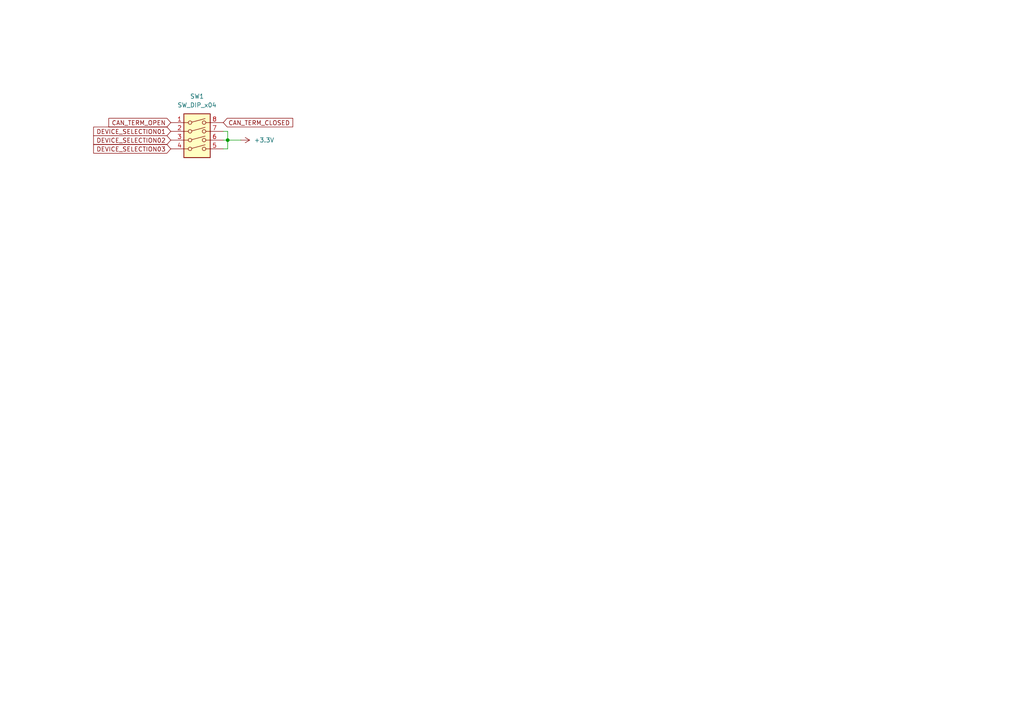
<source format=kicad_sch>
(kicad_sch (version 20250114) (generator "eeschema") (generator_version "9.0")
  (paper "A4")
  (lib_symbols
    (symbol "Switch:SW_DIP_x04" (pin_names (offset 0) (hide yes))
      (property "Reference" "SW" (at 0 8.89 0))
      (property "Value" "SW_DIP_x04" (at 0 -6.35 0))
      (symbol "SW_DIP_x04_0_0"
        (circle (center -2.032 5.08) (radius 0.508))
        (circle (center -2.032 2.54) (radius 0.508))
        (circle (center -2.032 0) (radius 0.508))
        (circle (center -2.032 -2.54) (radius 0.508))
        (polyline (pts (xy -1.524 5.207) (xy 2.3622 6.2484)))
        (polyline (pts (xy -1.524 2.667) (xy 2.3622 3.7084)))
        (polyline (pts (xy -1.524 0.127) (xy 2.3622 1.1684)))
        (polyline (pts (xy -1.524 -2.3876) (xy 2.3622 -1.3462)))
        (circle (center 2.032 5.08) (radius 0.508))
        (circle (center 2.032 2.54) (radius 0.508))
        (circle (center 2.032 0) (radius 0.508))
        (circle (center 2.032 -2.54) (radius 0.508))
      )
      (symbol "SW_DIP_x04_0_1"
        (rectangle (start -3.81 7.62) (end 3.81 -5.08) (stroke (width 0.254)) (fill (type background)))
      )
      (symbol "SW_DIP_x04_1_1"
        (pin passive line (at -7.62 5.08 0) (length 5.08) (name "~") (number "1"))
        (pin passive line (at -7.62 2.54 0) (length 5.08) (name "~") (number "2"))
        (pin passive line (at -7.62 0 0) (length 5.08) (name "~") (number "3"))
        (pin passive line (at -7.62 -2.54 0) (length 5.08) (name "~") (number "4"))
        (pin passive line (at 7.62 5.08 180) (length 5.08) (name "~") (number "8"))
        (pin passive line (at 7.62 2.54 180) (length 5.08) (name "~") (number "7"))
        (pin passive line (at 7.62 0 180) (length 5.08) (name "~") (number "6"))
        (pin passive line (at 7.62 -2.54 180) (length 5.08) (name "~") (number "5"))
      )
    )
    (symbol "power:+3.3V" (power) (pin_numbers (hide yes)) (pin_names (offset 0) (hide yes))
      (property "Value" "+3.3V" (at 0 3.556 0))
      (symbol "+3.3V_0_1"
        (polyline (pts (xy -0.762 1.27) (xy 0 2.54)))
        (polyline (pts (xy 0 2.54) (xy 0.762 1.27)))
        (polyline (pts (xy 0 0) (xy 0 2.54)))
      )
      (symbol "+3.3V_1_1"
        (pin power_in line (at 0 0 90) (length 0) (name "~") (number "1"))
      )
    )
  )
  (junction (at 66.04 40.64))
  (wire (pts (xy 66.04 38.1) (xy 64.77 38.1)))
  (wire (pts (xy 66.04 43.18) (xy 66.04 40.64)))
  (wire (pts (xy 69.85 40.64) (xy 66.04 40.64)))
  (wire (pts (xy 66.04 40.64) (xy 66.04 38.1)))
  (wire (pts (xy 64.77 43.18) (xy 66.04 43.18)))
  (wire (pts (xy 64.77 40.64) (xy 66.04 40.64)))
  (global_label "CAN_TERM_CLOSED" (shape input) (at 64.77 35.56 0) (property "Intersheetrefs" "${INTERSHEET_REFS}" (effects (hide yes))))
  (global_label "DEVICE_SELECTION02" (shape input) (at 49.53 40.64 180) (property "Intersheetrefs" "${INTERSHEET_REFS}" (effects (hide yes))))
  (global_label "DEVICE_SELECTION03" (shape input) (at 49.53 43.18 180) (property "Intersheetrefs" "${INTERSHEET_REFS}" (effects (hide yes))))
  (global_label "CAN_TERM_OPEN" (shape input) (at 49.53 35.56 180) (property "Intersheetrefs" "${INTERSHEET_REFS}" (effects (hide yes))))
  (global_label "DEVICE_SELECTION01" (shape input) (at 49.53 38.1 180) (property "Intersheetrefs" "${INTERSHEET_REFS}" (effects (hide yes))))
  (symbol (lib_id "Switch:SW_DIP_x04") (at 57.15 40.64 0) (unit 1)
    (property "Reference" "SW1" (at 57.15 27.94 0))
    (property "Value" "SW_DIP_x04" (at 57.15 30.48 0))
    (property "Footprint" "Button_Switch_SMD:SW_DIP_219-4LPST" (effects (hide yes)))
    (property "Description" "4x DIP Switch, Single Pole Single Throw (SPST) switch, small symbol" (effects (hide yes)))
  )
  (symbol (lib_id "power:+3.3V") (at 69.85 40.64 270) (unit 1)
    (property "Reference" "#PWR010" (effects (hide yes)))
    (property "Value" "+3.3V" (at 73.66 40.6399 90) (effects (justify left)))
    (property "Description" "Power symbol creates a global label with name \"+3.3V\"" (effects (hide yes)))
  )
)
</source>
